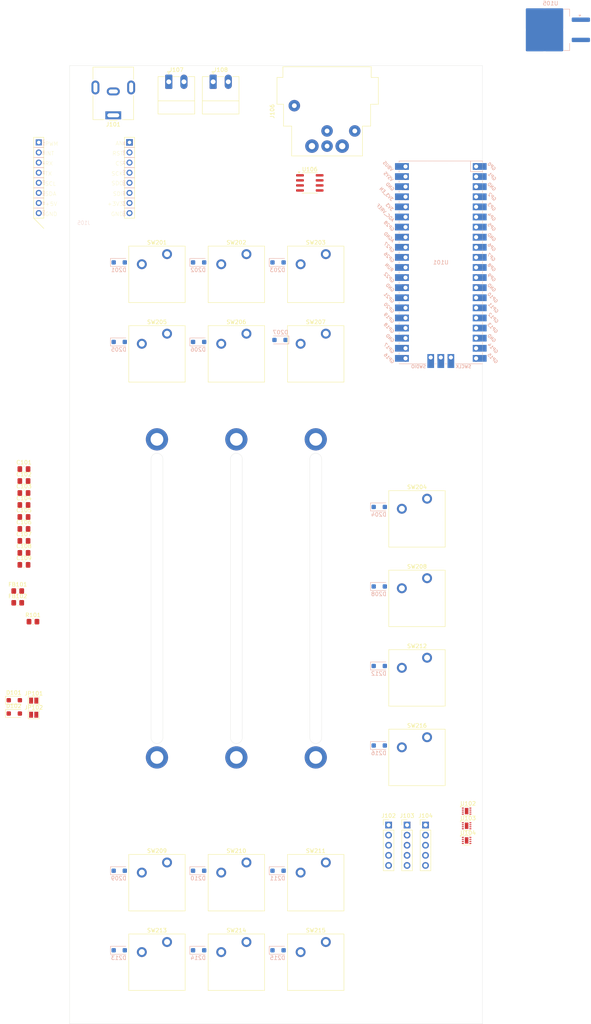
<source format=kicad_pcb>
(kicad_pcb (version 20240108) (generator "pcbnew") (generator_version "8.0")
  (layers (0 "F.Cu" signal) (31 "B.Cu" signal) (34 "B.Paste" user) (35 "F.Paste" user) (36 "B.SilkS" user "B.Silkscreen") (37 "F.SilkS" user "F.Silkscreen") (38 "B.Mask" user) (39 "F.Mask" user) (44 "Edge.Cuts" user))
  (net 0 "")
  (net 1 "GND")
  (net 2 "+5V")
  (net 3 "+3.3V")
  (net 4 "+10V")
  (net 5 "Net-(D101-K)")
  (net 6 "Net-(D102-K)")
  (net 7 "/BUTTONS_COL0")
  (net 8 "Net-(D201-A)")
  (net 9 "Net-(D202-A)")
  (net 10 "/BUTTONS_COL1")
  (net 11 "/BUTTONS_COL2")
  (net 12 "Net-(D203-A)")
  (net 13 "Net-(D204-A)")
  (net 14 "/BUTTONS_COL3")
  (net 15 "Net-(D205-A)")
  (net 16 "Net-(D206-A)")
  (net 17 "Net-(D207-A)")
  (net 18 "Net-(D208-A)")
  (net 19 "Net-(D209-A)")
  (net 20 "Net-(D210-A)")
  (net 21 "Net-(D211-A)")
  (net 22 "Net-(D212-A)")
  (net 23 "Net-(D213-A)")
  (net 24 "Net-(D214-A)")
  (net 25 "Net-(D215-A)")
  (net 26 "Net-(D216-A)")
  (net 27 "Net-(J105-TX)")
  (net 34 "Net-(J105-RX)")
  (net 40 "/~{DMX}")
  (net 42 "/DMX")
  (net 44 "/WS2811_0")
  (net 45 "/WS2811_1")
  (net 46 "/UART0_RX")
  (net 47 "/UART0_TX")
  (net 48 "/BUTTONS_ROW0")
  (net 49 "/BUTTONS_ROW1")
  (net 50 "/BUTTONS_ROW3")
  (net 51 "/BUTTONS_ROW2")
  (net 54 "/FADER2_LEVEL")
  (net 58 "/FADER0_PWM0")
  (net 59 "/FADER1_LEVEL")
  (net 61 "/FADER0_PWM1")
  (net 62 "/UART1_TX")
  (net 64 "/FADER2_PWM1")
  (net 65 "/UART1_RX")
  (net 66 "/FADER1_PWM1")
  (net 68 "/FADER0_LEVEL")
  (net 70 "/FADER2_PWM0")
  (net 71 "/FADER1_PWM0")
  (net 72 "Net-(J102-Pin_5)")
  (net 73 "Net-(J102-Pin_4)")
  (net 74 "Net-(J103-Pin_4)")
  (net 75 "Net-(J103-Pin_5)")
  (net 76 "Net-(J104-Pin_4)")
  (net 77 "Net-(J104-Pin_5)")
  (net 79 "Net-(FB101-Pad2)")
  (net 80 "Net-(FB102-Pad1)")
  (footprint "Resistor_SMD:R_0805_2012Metric_Pad1.20x1.40mm_HandSolder" (layer "F.Cu") (at -19.23 98.35)
    (property "Reference" "R101" (at 0 -1.65 0) (layer "F.SilkS"))
    (property "Value" "120R")
    (pad "1" smd roundrect (at -1 0) (size 1.2 1.4) (layers "F.Cu" "F.Paste" "F.Mask") (roundrect_rratio 0.208333) (net 42 "/DMX"))
    (pad "2" smd roundrect (at 1 0) (size 1.2 1.4) (layers "F.Cu" "F.Paste" "F.Mask") (roundrect_rratio 0.208333) (net 40 "/~{DMX}"))
  )
  (footprint "PCM_Switch_Keyboard_Cherry_MX:SW_Cherry_MX_PCB_1.00u" (layer "F.Cu") (at 52 164)
    (property "Reference" "SW211" (at 0 -8 0) (layer "F.SilkS"))
    (property "Value" "SW_Push")
    (pad "" np_thru_hole circle (at -5.08 0) (size 1.75 1.75) (drill 1.75) (layers "*.Cu" "*.Mask"))
    (pad "" np_thru_hole circle (at 0 0) (size 4 4) (drill 4) (layers "*.Cu" "*.Mask"))
    (pad "" np_thru_hole circle (at 5.08 0) (size 1.75 1.75) (drill 1.75) (layers "*.Cu" "*.Mask"))
    (pad "1" thru_hole circle (at -3.81 -2.54) (size 2.5 2.5) (drill 1.5) (layers "*.Cu" "*.Mask") (net 21 "Net-(D211-A)"))
    (pad "2" thru_hole circle (at 2.54 -5.08) (size 2.5 2.5) (drill 1.5) (layers "*.Cu" "*.Mask") (net 50 "/BUTTONS_ROW3"))
  )
  (footprint "PCM_Switch_Keyboard_Cherry_MX:SW_Cherry_MX_PCB_1.00u" (layer "F.Cu") (at 32 164)
    (property "Reference" "SW210" (at 0 -8 0) (layer "F.SilkS"))
    (property "Value" "SW_Push")
    (pad "" np_thru_hole circle (at -5.08 0) (size 1.75 1.75) (drill 1.75) (layers "*.Cu" "*.Mask"))
    (pad "" np_thru_hole circle (at 0 0) (size 4 4) (drill 4) (layers "*.Cu" "*.Mask"))
    (pad "" np_thru_hole circle (at 5.08 0) (size 1.75 1.75) (drill 1.75) (layers "*.Cu" "*.Mask"))
    (pad "1" thru_hole circle (at -3.81 -2.54) (size 2.5 2.5) (drill 1.5) (layers "*.Cu" "*.Mask") (net 20 "Net-(D210-A)"))
    (pad "2" thru_hole circle (at 2.54 -5.08) (size 2.5 2.5) (drill 1.5) (layers "*.Cu" "*.Mask") (net 50 "/BUTTONS_ROW3"))
  )
  (footprint "PCM_Switch_Keyboard_Cherry_MX:SW_Cherry_MX_PCB_1.00u" (layer "F.Cu") (at 52 31)
    (property "Reference" "SW207" (at 0 -8 0) (layer "F.SilkS"))
    (property "Value" "SW_Push")
    (pad "" np_thru_hole circle (at -5.08 0) (size 1.75 1.75) (drill 1.75) (layers "*.Cu" "*.Mask"))
    (pad "" np_thru_hole circle (at 0 0) (size 4 4) (drill 4) (layers "*.Cu" "*.Mask"))
    (pad "" np_thru_hole circle (at 5.08 0) (size 1.75 1.75) (drill 1.75) (layers "*.Cu" "*.Mask"))
    (pad "1" thru_hole circle (at -3.81 -2.54) (size 2.5 2.5) (drill 1.5) (layers "*.Cu" "*.Mask") (net 17 "Net-(D207-A)"))
    (pad "2" thru_hole circle (at 2.54 -5.08) (size 2.5 2.5) (drill 1.5) (layers "*.Cu" "*.Mask") (net 49 "/BUTTONS_ROW1"))
  )
  (footprint "Connector_PinHeader_2.54mm:PinHeader_1x05_P2.54mm_Vertical" (layer "F.Cu") (at 75 149.5)
    (property "Reference" "J103" (at 0 -2.33 0) (layer "F.SilkS"))
    (property "Value" "Screw_Terminal_01x05")
    (pad "1" thru_hole rect (at 0 0) (size 1.7 1.7) (drill 1) (layers "*.Cu" "*.Mask") (net 3 "+3.3V"))
    (pad "2" thru_hole oval (at 0 2.54) (size 1.7 1.7) (drill 1) (layers "*.Cu" "*.Mask") (net 59 "/FADER1_LEVEL"))
    (pad "3" thru_hole oval (at 0 5.08) (size 1.7 1.7) (drill 1) (layers "*.Cu" "*.Mask") (net 1 "GND"))
    (pad "4" thru_hole oval (at 0 7.62) (size 1.7 1.7) (drill 1) (layers "*.Cu" "*.Mask") (net 74 "Net-(J103-Pin_4)"))
    (pad "5" thru_hole oval (at 0 10.16) (size 1.7 1.7) (drill 1) (layers "*.Cu" "*.Mask") (net 75 "Net-(J103-Pin_5)"))
  )
  (footprint "PCM_Switch_Keyboard_Cherry_MX:SW_Cherry_MX_PCB_1.00u" (layer "F.Cu") (at 52 11)
    (property "Reference" "SW203" (at 0 -8 0) (layer "F.SilkS"))
    (property "Value" "SW_Push")
    (pad "" np_thru_hole circle (at -5.08 0) (size 1.75 1.75) (drill 1.75) (layers "*.Cu" "*.Mask"))
    (pad "" np_thru_hole circle (at 0 0) (size 4 4) (drill 4) (layers "*.Cu" "*.Mask"))
    (pad "" np_thru_hole circle (at 5.08 0) (size 1.75 1.75) (drill 1.75) (layers "*.Cu" "*.Mask"))
    (pad "1" thru_hole circle (at -3.81 -2.54) (size 2.5 2.5) (drill 1.5) (layers "*.Cu" "*.Mask") (net 12 "Net-(D203-A)"))
    (pad "2" thru_hole circle (at 2.54 -5.08) (size 2.5 2.5) (drill 1.5) (layers "*.Cu" "*.Mask") (net 48 "/BUTTONS_ROW0"))
  )
  (footprint "MountingHole:MountingHole_3.2mm_M3_DIN965_Pad_TopBottom" (layer "F.Cu") (at 32 132.5)
    (property "Reference" "H104" (hide yes))
    (property "Value" "M3x0.5")
    (pad "1" thru_hole circle (at 0 0) (size 3.6 3.6) (drill 3.2) (layers "*.Cu" "*.Mask"))
    (pad "1" connect circle (at 0 0) (size 5.6 5.6) (layers "F.Cu" "F.Mask"))
    (pad "1" connect circle (at 0 0) (size 5.6 5.6) (layers "B.Cu" "B.Mask"))
  )
  (footprint "Capacitor_SMD:C_0805_2012Metric_Pad1.18x1.45mm_HandSolder" (layer "F.Cu") (at -21.5 75.03)
    (property "Reference" "C106" (at 0 -1.68 0) (layer "F.SilkS"))
    (property "Value" "100p")
    (pad "1" smd roundrect (at -1.0375 0) (size 1.175 1.45) (layers "F.Cu" "F.Paste" "F.Mask") (roundrect_rratio 0.212766) (net 2 "+5V"))
    (pad "2" smd roundrect (at 1.0375 0) (size 1.175 1.45) (layers "F.Cu" "F.Paste" "F.Mask") (roundrect_rratio 0.212766) (net 1 "GND"))
  )
  (footprint "MountingHole:MountingHole_3.2mm_M3_DIN965_Pad_TopBottom" (layer "F.Cu") (at 52 132.5)
    (property "Reference" "H106" (hide yes))
    (property "Value" "M3x0.5")
    (pad "1" thru_hole circle (at 0 0) (size 3.6 3.6) (drill 3.2) (layers "*.Cu" "*.Mask"))
    (pad "1" connect circle (at 0 0) (size 5.6 5.6) (layers "F.Cu" "F.Mask"))
    (pad "1" connect circle (at 0 0) (size 5.6 5.6) (layers "B.Cu" "B.Mask"))
  )
  (footprint "PCM_Switch_Keyboard_Cherry_MX:SW_Cherry_MX_PCB_1.00u" (layer "F.Cu") (at 77.5 92.5)
    (property "Reference" "SW208" (at 0 -8 0) (layer "F.SilkS"))
    (property "Value" "SW_Push")
    (pad "" np_thru_hole circle (at -5.08 0) (size 1.75 1.75) (drill 1.75) (layers "*.Cu" "*.Mask"))
    (pad "" np_thru_hole circle (at 0 0) (size 4 4) (drill 4) (layers "*.Cu" "*.Mask"))
    (pad "" np_thru_hole circle (at 5.08 0) (size 1.75 1.75) (drill 1.75) (layers "*.Cu" "*.Mask"))
    (pad "1" thru_hole circle (at -3.81 -2.54) (size 2.5 2.5) (drill 1.5) (layers "*.Cu" "*.Mask") (net 18 "Net-(D208-A)"))
    (pad "2" thru_hole circle (at 2.54 -5.08) (size 2.5 2.5) (drill 1.5) (layers "*.Cu" "*.Mask") (net 49 "/BUTTONS_ROW1"))
  )
  (footprint "Diode_SMD:D_SOD-123F" (layer "F.Cu") (at -23.935 121.46)
    (property "Reference" "D102" (at -0.127 -1.905 0) (layer "F.SilkS"))
    (property "Value" "1N5819W")
    (pad "1" smd roundrect (at -1.4 0) (size 1.1 1.1) (layers "F.Cu" "F.Paste" "F.Mask") (roundrect_rratio 0.2272727273) (net 6 "Net-(D102-K)"))
    (pad "2" smd roundrect (at 1.4 0) (size 1.1 1.1) (layers "F.Cu" "F.Paste" "F.Mask") (roundrect_rratio 0.2272727273) (net 2 "+5V"))
  )
  (footprint "Package_SON:WSON-8-1EP_2x2mm_P0.5mm_EP0.9x1.6mm" (layer "F.Cu") (at 90 146)
    (property "Reference" "U102" (at 0.38 -1.9 0) (layer "F.SilkS"))
    (property "Value" "DRV8837")
    (pad "1" smd roundrect (at -0.95 -0.75) (size 0.5 0.25) (layers "F.Cu" "F.Paste" "F.Mask") (net 4 "+10V"))
    (pad "2" smd roundrect (at -0.95 -0.25) (size 0.5 0.25) (layers "F.Cu" "F.Paste" "F.Mask") (net 73 "Net-(J102-Pin_4)"))
    (pad "3" smd roundrect (at -0.95 0.25) (size 0.5 0.25) (layers "F.Cu" "F.Paste" "F.Mask") (net 72 "Net-(J102-Pin_5)"))
    (pad "4" smd roundrect (at -0.95 0.75) (size 0.5 0.25) (layers "F.Cu" "F.Paste" "F.Mask") (net 1 "GND"))
    (pad "5" smd roundrect (at 0.95 0.75) (size 0.5 0.25) (layers "F.Cu" "F.Paste" "F.Mask") (net 61 "/FADER0_PWM1"))
    (pad "6" smd roundrect (at 0.95 0.25) (size 0.5 0.25) (layers "F.Cu" "F.Paste" "F.Mask") (net 58 "/FADER0_PWM0"))
    (pad "7" smd roundrect (at 0.95 -0.25) (size 0.5 0.25) (layers "F.Cu" "F.Paste" "F.Mask") (net 3 "+3.3V"))
    (pad "8" smd roundrect (at 0.95 -0.75) (size 0.5 0.25) (layers "F.Cu" "F.Paste" "F.Mask") (net 3 "+3.3V"))
    (pad "9" smd rect (at 0 0) (size 0.9 1.6) (layers "F.Cu" "F.Mask") (net 1 "GND"))
  )
  (footprint "Resistor_SMD:R_0805_2012Metric_Pad1.20x1.40mm_HandSolder" (layer "F.Cu") (at -23.07 90.65)
    (property "Reference" "FB101" (at 0 -1.65 0) (layer "F.SilkS"))
    (property "Value" "FerriteBead")
    (pad "1" smd roundrect (at -1 0) (size 1.2 1.4) (layers "F.Cu" "F.Paste" "F.Mask") (roundrect_rratio 0.208333) (net 4 "+10V"))
    (pad "2" smd roundrect (at 1 0) (size 1.2 1.4) (layers "F.Cu" "F.Paste" "F.Mask") (roundrect_rratio 0.208333) (net 79 "Net-(FB101-Pad2)"))
  )
  (footprint "MountingHole:MountingHole_3.2mm_M3_DIN965_Pad_TopBottom" (layer "F.Cu") (at 12 132.5)
    (property "Reference" "H102" (hide yes))
    (property "Value" "M3x0.5")
    (pad "1" thru_hole circle (at 0 0) (size 3.6 3.6) (drill 3.2) (layers "*.Cu" "*.Mask"))
    (pad "1" connect circle (at 0 0) (size 5.6 5.6) (layers "F.Cu" "F.Mask"))
    (pad "1" connect circle (at 0 0) (size 5.6 5.6) (layers "B.Cu" "B.Mask"))
  )
  (footprint "Package_SO:SOIC-8_3.9x4.9mm_P1.27mm" (layer "F.Cu") (at 50.5 -12)
    (property "Reference" "U106" (at 0 -3.4 0) (layer "F.SilkS"))
    (property "Value" "MAX485E")
    (pad "1" smd roundrect (at -2.475 -1.905) (size 1.95 0.6) (layers "F.Cu" "F.Paste" "F.Mask"))
    (pad "2" smd roundrect (at -2.475 -0.635) (size 1.95 0.6) (layers "F.Cu" "F.Paste" "F.Mask") (net 2 "+5V"))
    (pad "3" smd roundrect (at -2.475 0.635) (size 1.95 0.6) (layers "F.Cu" "F.Paste" "F.Mask") (net 2 "+5V"))
    (pad "4" smd roundrect (at -2.475 1.905) (size 1.95 0.6) (layers "F.Cu" "F.Paste" "F.Mask") (net 62 "/UART1_TX"))
    (pad "5" smd roundrect (at 2.475 1.905) (size 1.95 0.6) (layers "F.Cu" "F.Paste" "F.Mask") (net 1 "GND"))
    (pad "6" smd roundrect (at 2.475 0.635) (size 1.95 0.6) (layers "F.Cu" "F.Paste" "F.Mask") (net 42 "/DMX"))
    (pad "7" smd roundrect (at 2.475 -0.635) (size 1.95 0.6) (layers "F.Cu" "F.Paste" "F.Mask") (net 40 "/~{DMX}"))
    (pad "8" smd roundrect (at 2.475 -1.905) (size 1.95 0.6) (layers "F.Cu" "F.Paste" "F.Mask") (net 2 "+5V"))
  )
  (footprint "PCM_Switch_Keyboard_Cherry_MX:SW_Cherry_MX_PCB_1.00u" (layer "F.Cu") (at 77.5 112.5)
    (property "Reference" "SW212" (at 0 -8 0) (layer "F.SilkS"))
    (property "Value" "SW_Push")
    (pad "" np_thru_hole circle (at -5.08 0) (size 1.75 1.75) (drill 1.75) (layers "*.Cu" "*.Mask"))
    (pad "" np_thru_hole circle (at 0 0) (size 4 4) (drill 4) (layers "*.Cu" "*.Mask"))
    (pad "" np_thru_hole circle (at 5.08 0) (size 1.75 1.75) (drill 1.75) (layers "*.Cu" "*.Mask"))
    (pad "1" thru_hole circle (at -3.81 -2.54) (size 2.5 2.5) (drill 1.5) (layers "*.Cu" "*.Mask") (net 22 "Net-(D212-A)"))
    (pad "2" thru_hole circle (at 2.54 -5.08) (size 2.5 2.5) (drill 1.5) (layers "*.Cu" "*.Mask") (net 50 "/BUTTONS_ROW3"))
  )
  (footprint "PCM_Switch_Keyboard_Cherry_MX:SW_Cherry_MX_PCB_1.00u" (layer "F.Cu") (at 32 31)
    (property "Reference" "SW206" (at 0 -8 0) (layer "F.SilkS"))
    (property "Value" "SW_Push")
    (pad "" np_thru_hole circle (at -5.08 0) (size 1.75 1.75) (drill 1.75) (layers "*.Cu" "*.Mask"))
    (pad "" np_thru_hole circle (at 0 0) (size 4 4) (drill 4) (layers "*.Cu" "*.Mask"))
    (pad "" np_thru_hole circle (at 5.08 0) (size 1.75 1.75) (drill 1.75) (layers "*.Cu" "*.Mask"))
    (pad "1" thru_hole circle (at -3.81 -2.54) (size 2.5 2.5) (drill 1.5) (layers "*.Cu" "*.Mask") (net 16 "Net-(D206-A)"))
    (pad "2" thru_hole circle (at 2.54 -5.08) (size 2.5 2.5) (drill 1.5) (layers "*.Cu" "*.Mask") (net 49 "/BUTTONS_ROW1"))
  )
  (footprint "Jumper:SolderJumper-2_P1.3mm_Open_Pad1.0x1.5mm" (layer "F.Cu") (at -19.04 121.76)
    (property "Reference" "JP102" (at 0 -1.8 0) (layer "F.SilkS"))
    (property "Value" "SolderJumper_2_Open")
    (pad "1" smd rect (at -0.65 0) (size 1 1.5) (layers "F.Cu" "F.Mask") (net 27 "Net-(J105-TX)"))
    (pad "2" smd rect (at 0.65 0) (size 1 1.5) (layers "F.Cu" "F.Mask") (net 47 "/UART0_TX"))
  )
  (footprint "Package_SON:WSON-8-1EP_2x2mm_P0.5mm_EP0.9x1.6mm" (layer "F.Cu") (at 90 149.685)
    (property "Reference" "U103" (at 0.38 -1.9 0) (layer "F.SilkS"))
    (property "Value" "DRV8837")
    (pad "1" smd roundrect (at -0.95 -0.75) (size 0.5 0.25) (layers "F.Cu" "F.Paste" "F.Mask") (net 4 "+10V"))
    (pad "2" smd roundrect (at -0.95 -0.25) (size 0.5 0.25) (layers "F.Cu" "F.Paste" "F.Mask") (net 74 "Net-(J103-Pin_4)"))
    (pad "3" smd roundrect (at -0.95 0.25) (size 0.5 0.25) (layers "F.Cu" "F.Paste" "F.Mask") (net 75 "Net-(J103-Pin_5)"))
    (pad "4" smd roundrect (at -0.95 0.75) (size 0.5 0.25) (layers "F.Cu" "F.Paste" "F.Mask") (net 1 "GND"))
    (pad "5" smd roundrect (at 0.95 0.75) (size 0.5 0.25) (layers "F.Cu" "F.Paste" "F.Mask") (net 66 "/FADER1_PWM1"))
    (pad "6" smd roundrect (at 0.95 0.25) (size 0.5 0.25) (layers "F.Cu" "F.Paste" "F.Mask") (net 71 "/FADER1_PWM0"))
    (pad "7" smd roundrect (at 0.95 -0.25) (size 0.5 0.25) (layers "F.Cu" "F.Paste" "F.Mask") (net 3 "+3.3V"))
    (pad "8" smd roundrect (at 0.95 -0.75) (size 0.5 0.25) (layers "F.Cu" "F.Paste" "F.Mask") (net 3 "+3.3V"))
    (pad "9" smd rect (at 0 0) (size 0.9 1.6) (layers "F.Cu" "F.Mask") (net 1 "GND"))
  )
  (footprint "PCM_Switch_Keyboard_Cherry_MX:SW_Cherry_MX_PCB_1.00u" (layer "F.Cu") (at 77.5 132.5)
    (property "Reference" "SW216" (at 0 -8 0) (layer "F.SilkS"))
    (property "Value" "SW_Push")
    (pad "" np_thru_hole circle (at -5.08 0) (size 1.75 1.75) (drill 1.75) (layers "*.Cu" "*.Mask"))
    (pad "" np_thru_hole circle (at 0 0) (size 4 4) (drill 4) (layers "*.Cu" "*.Mask"))
    (pad "" np_thru_hole circle (at 5.08 0) (size 1.75 1.75) (drill 1.75) (layers "*.Cu" "*.Mask"))
    (pad "1" thru_hole circle (at -3.81 -2.54) (size 2.5 2.5) (drill 1.5) (layers "*.Cu" "*.Mask") (net 26 "Net-(D216-A)"))
    (pad "2" thru_hole circle (at 2.54 -5.08) (size 2.5 2.5) (drill 1.5) (layers "*.Cu" "*.Mask") (net 51 "/BUTTONS_ROW2"))
  )
  (footprint "PCM_Switch_Keyboard_Cherry_MX:SW_Cherry_MX_PCB_1.00u" (layer "F.Cu") (at 12 164)
    (property "Reference" "SW209" (at 0 -8 0) (layer "F.SilkS"))
    (property "Value" "SW_Push")
    (pad "" np_thru_hole circle (at -5.08 0) (size 1.75 1.75) (drill 1.75) (layers "*.Cu" "*.Mask"))
    (pad "" np_thru_hole circle (at 0 0) (size 4 4) (drill 4) (layers "*.Cu" "*.Mask"))
    (pad "" np_thru_hole circle (at 5.08 0) (size 1.75 1.75) (drill 1.75) (layers "*.Cu" "*.Mask"))
    (pad "1" thru_hole circle (at -3.81 -2.54) (size 2.5 2.5) (drill 1.5) (layers "*.Cu" "*.Mask") (net 19 "Net-(D209-A)"))
    (pad "2" thru_hole circle (at 2.54 -5.08) (size 2.5 2.5) (drill 1.5) (layers "*.Cu" "*.Mask") (net 50 "/BUTTONS_ROW3"))
  )
  (footprint "Connector_PinHeader_2.54mm:PinHeader_1x05_P2.54mm_Vertical" (layer "F.Cu") (at 79.65 149.5)
    (property "Reference" "J104" (at 0 -2.33 0) (layer "F.SilkS"))
    (property "Value" "Screw_Terminal_01x05")
    (pad "1" thru_hole rect (at 0 0) (size 1.7 1.7) (drill 1) (layers "*.Cu" "*.Mask") (net 3 "+3.3V"))
    (pad "2" thru_hole oval (at 0 2.54) (size 1.7 1.7) (drill 1) (layers "*.Cu" "*.Mask") (net 54 "/FADER2_LEVEL"))
    (pad "3" thru_hole oval (at 0 5.08) (size 1.7 1.7) (drill 1) (layers "*.Cu" "*.Mask") (net 1 "GND"))
    (pad "4" thru_hole oval (at 0 7.62) (size 1.7 1.7) (drill 1) (layers "*.Cu" "*.Mask") (net 76 "Net-(J104-Pin_4)"))
    (pad "5" thru_hole oval (at 0 10.16) (size 1.7 1.7) (drill 1) (layers "*.Cu" "*.Mask") (net 77 "Net-(J104-Pin_5)"))
  )
  (footprint "Capacitor_SMD:C_0805_2012Metric_Pad1.18x1.45mm_HandSolder" (layer "F.Cu") (at -21.5 69.01)
    (property "Reference" "C104" (at 0 -1.68 0) (layer "F.SilkS"))
    (property "Value" "100p")
    (pad "1" smd roundrect (at -1.0375 0) (size 1.175 1.45) (layers "F.Cu" "F.Paste" "F.Mask") (roundrect_rratio 0.212766) (net 3 "+3.3V"))
    (pad "2" smd roundrect (at 1.0375 0) (size 1.175 1.45) (layers "F.Cu" "F.Paste" "F.Mask") (roundrect_rratio 0.212766) (net 1 "GND"))
  )
  (footprint "PCM_Switch_Keyboard_Cherry_MX:SW_Cherry_MX_PCB_1.00u" (layer "F.Cu") (at 52 184)
    (property "Reference" "SW215" (at 0 -8 0) (layer "F.SilkS"))
    (property "Value" "SW_Push")
    (pad "" np_thru_hole circle (at -5.08 0) (size 1.75 1.75) (drill 1.75) (layers "*.Cu" "*.Mask"))
    (pad "" np_thru_hole circle (at 0 0) (size 4 4) (drill 4) (layers "*.Cu" "*.Mask"))
    (pad "" np_thru_hole circle (at 5.08 0) (size 1.75 1.75) (drill 1.75) (layers "*.Cu" "*.Mask"))
    (pad "1" thru_hole circle (at -3.81 -2.54) (size 2.5 2.5) (drill 1.5) (layers "*.Cu" "*.Mask") (net 25 "Net-(D215-A)"))
    (pad "2" thru_hole circle (at 2.54 -5.08) (size 2.5 2.5) (drill 1.5) (layers "*.Cu" "*.Mask") (net 51 "/BUTTONS_ROW2"))
  )
  (footprint "Capacitor_SMD:C_0805_2012Metric_Pad1.18x1.45mm_HandSolder" (layer "F.Cu") (at -21.5 66)
    (property "Reference" "C103" (at 0 -1.68 0) (layer "F.SilkS"))
    (property "Value" "100p")
    (pad "1" smd roundrect (at -1.0375 0) (size 1.175 1.45) (layers "F.Cu" "F.Paste" "F.Mask") (roundrect_rratio 0.212766) (net 3 "+3.3V"))
    (pad "2" smd roundrect (at 1.0375 0) (size 1.175 1.45) (layers "F.Cu" "F.Paste" "F.Mask") (roundrect_rratio 0.212766) (net 1 "GND"))
  )
  (footprint "PCM_Switch_Keyboard_Cherry_MX:SW_Cherry_MX_PCB_1.00u" (layer "F.Cu") (at 12 184)
    (property "Reference" "SW213" (at 0 -8 0) (layer "F.SilkS"))
    (property "Value" "SW_Push")
    (pad "" np_thru_hole circle (at -5.08 0) (size 1.75 1.75) (drill 1.75) (layers "*.Cu" "*.Mask"))
    (pad "" np_thru_hole circle (at 0 0) (size 4 4) (drill 4) (layers "*.Cu" "*.Mask"))
    (pad "" np_thru_hole circle (at 5.08 0) (size 1.75 1.75) (drill 1.75) (layers "*.Cu" "*.Mask"))
    (pad "1" thru_hole circle (at -3.81 -2.54) (size 2.5 2.5) (drill 1.5) (layers "*.Cu" "*.Mask") (net 23 "Net-(D213-A)"))
    (pad "2" thru_hole circle (at 2.54 -5.08) (size 2.5 2.5) (drill 1.5) (layers "*.Cu" "*.Mask") (net 51 "/BUTTONS_ROW2"))
  )
  (footprint "PCM_Switch_Keyboard_Cherry_MX:SW_Cherry_MX_PCB_1.00u" (layer "F.Cu") (at 12 11)
    (property "Reference" "SW201" (at 0 -8 0) (layer "F.SilkS"))
    (property "Value" "SW_Push")
    (pad "" np_thru_hole circle (at -5.08 0) (size 1.75 1.75) (drill 1.75) (layers "*.Cu" "*.Mask"))
    (pad "" np_thru_hole circle (at 0 0) (size 4 4) (drill 4) (layers "*.Cu" "*.Mask"))
    (pad "" np_thru_hole circle (at 5.08 0) (size 1.75 1.75) (drill 1.75) (layers "*.Cu" "*.Mask"))
    (pad "1" thru_hole circle (at -3.81 -2.54) (size 2.5 2.5) (drill 1.5) (layers "*.Cu" "*.Mask") (net 8 "Net-(D201-A)"))
    (pad "2" thru_hole circle (at 2.54 -5.08) (size 2.5 2.5) (drill 1.5) (layers "*.Cu" "*.Mask") (net 48 "/BUTTONS_ROW0"))
  )
  (footprint "Capacitor_SMD:C_0805_2012Metric_Pad1.18x1.45mm_HandSolder" (layer "F.Cu") (at -21.5 81.05)
    (property "Reference" "C108" (at 0 -1.68 0) (layer "F.SilkS"))
    (property "Value" "100p")
    (pad "1" smd roundrect (at -1.0375 0) (size 1.175 1.45) (layers "F.Cu" "F.Paste" "F.Mask") (roundrect_rratio 0.212766) (net 4 "+10V"))
    (pad "2" smd roundrect (at 1.0375 0) (size 1.175 1.45) (layers "F.Cu" "F.Paste" "F.Mask") (roundrect_rratio 0.212766) (net 1 "GND"))
  )
  (footprint "Capacitor_SMD:C_0805_2012Metric_Pad1.18x1.45mm_HandSolder" (layer "F.Cu") (at -21.5 78.04)
    (property "Reference" "C107" (at 0 -1.68 0) (layer "F.SilkS"))
    (property "Value" "100p")
    (pad "1" smd roundrect (at -1.0375 0) (size 1.175 1.45) (layers "F.Cu" "F.Paste" "F.Mask") (roundrect_rratio 0.212766) (net 4 "+10V"))
    (pad "2" smd roundrect (at 1.0375 0) (size 1.175 1.45) (layers "F.Cu" "F.Paste" "F.Mask") (roundrect_rratio 0.212766) (net 1 "GND"))
  )
  (footprint "Diode_SMD:D_SOD-123F" (layer "F.Cu") (at -23.935 118.11)
    (property "Reference" "D101" (at -0.127 -1.905 0) (layer "F.SilkS"))
    (property "Value" "1N5819W")
    (pad "1" smd roundrect (at -1.4 0) (size 1.1 1.1) (layers "F.Cu" "F.Paste" "F.Mask") (roundrect_rratio 0.2272727273) (net 5 "Net-(D101-K)"))
    (pad "2" smd roundrect (at 1.4 0) (size 1.1 1.1) (layers "F.Cu" "F.Paste" "F.Mask") (roundrect_rratio 0.2272727273) (net 2 "+5V"))
  )
  (footprint "Connector_Phoenix_MC:PhoenixContact_MC_1,5_2-G-3.81_1x02_P3.81mm_Horizontal" (layer "F.Cu") (at 14.98 -37.4325)
    (property "Reference" "J107" (at 1.9 -3 0) (layer "F.SilkS"))
    (property "Value" "Conn_01x02")
    (pad "1" thru_hole roundrect (at 0 0) (size 1.8 3.6) (drill 1.2) (layers "*.Cu" "*.Mask") (roundrect_rratio 0.138889) (net 44 "/WS2811_0"))
    (pad "2" thru_hole oval (at 3.81 0) (size 1.8 3.6) (drill 1.2) (layers "*.Cu" "*.Mask") (net 1 "GND"))
  )
  (footprint "MountingHole:MountingHole_3.2mm_M3_DIN965_Pad_TopBottom" (layer "F.Cu") (at 52 52.5)
    (property "Reference" "H105" (hide yes))
    (property "Value" "M3x0.5")
    (pad "1" thru_hole circle (at 0 0) (size 3.6 3.6) (drill 3.2) (layers "*.Cu" "*.Mask"))
    (pad "1" connect circle (at 0 0) (size 5.6 5.6) (layers "F.Cu" "F.Mask"))
    (pad "1" connect circle (at 0 0) (size 5.6 5.6) (layers "B.Cu" "B.Mask"))
  )
  (footprint "Capacitor_SMD:C_0805_2012Metric_Pad1.18x1.45mm_HandSolder" (layer "F.Cu") (at -21.5 62.99)
    (property "Reference" "C102" (at 0 -1.68 0) (layer "F.SilkS"))
    (property "Value" "100p")
    (pad "1" smd roundrect (at -1.0375 0) (size 1.175 1.45) (layers "F.Cu" "F.Paste" "F.Mask") (roundrect_rratio 0.212766) (net 3 "+3.3V"))
    (pad "2" smd roundrect (at 1.0375 0) (size 1.175 1.45) (layers "F.Cu" "F.Paste" "F.Mask") (roundrect_rratio 0.212766) (net 1 "GND"))
  )
  (footprint "Resistor_SMD:R_0805_2012Metric_Pad1.20x1.40mm_HandSolder" (layer "F.Cu") (at -23.07 93.6)
    (property "Reference" "FB102" (at 0 -1.65 0) (layer "F.SilkS"))
    (property "Value" "FerriteBead")
    (pad "1" smd roundrect (at -1 0) (size 1.2 1.4) (layers "F.Cu" "F.Paste" "F.Mask") (roundrect_rratio 0.208333) (net 80 "Net-(FB102-Pad1)"))
    (pad "2" smd roundrect (at 1 0) (size 1.2 1.4) (layers "F.Cu" "F.Paste" "F.Mask") (roundrect_rratio 0.208333) (net 1 "GND"))
  )
  (footprint "Connector_PinHeader_2.54mm:PinHeader_1x05_P2.54mm_Vertical" (layer "F.Cu") (at 70.35 149.5)
    (property "Reference" "J102" (at 0 -2.33 0) (layer "F.SilkS"))
    (property "Value" "Screw_Terminal_01x05")
    (pad "1" thru_hole rect (at 0 0) (size 1.7 1.7) (drill 1) (layers "*.Cu" "*.Mask") (net 3 "+3.3V"))
    (pad "2" thru_hole oval (at 0 2.54) (size 1.7 1.7) (drill 1) (layers "*.Cu" "*.Mask") (net 68 "/FADER0_LEVEL"))
    (pad "3" thru_hole oval (at 0 5.08) (size 1.7 1.7) (drill 1) (layers "*.Cu" "*.Mask") (net 1 "GND"))
    (pad "4" thru_hole oval (at 0 7.62) (size 1.7 1.7) (drill 1) (layers "*.Cu" "*.Mask") (net 73 "Net-(J102-Pin_4)"))
    (pad "5" thru_hole oval (at 0 10.16) (size 1.7 1.7) (drill 1) (layers "*.Cu" "*.Mask") (net 72 "Net-(J102-Pin_5)"))
  )
  (footprint "Package_SON:WSON-8-1EP_2x2mm_P0.5mm_EP0.9x1.6mm" (layer "F.Cu") (at 90 153.37)
    (property "Reference" "U104" (at 0.38 -1.9 0) (layer "F.SilkS"))
    (property "Value" "DRV8837")
    (pad "1" smd roundrect (at -0.95 -0.75) (size 0.5 0.25) (layers "F.Cu" "F.Paste" "F.Mask") (net 4 "+10V"))
    (pad "2" smd roundrect (at -0.95 -0.25) (size 0.5 0.25) (layers "F.Cu" "F.Paste" "F.Mask") (net 76 "Net-(J104-Pin_4)"))
    (pad "3" smd roundrect (at -0.95 0.25) (size 0.5 0.25) (layers "F.Cu" "F.Paste" "F.Mask") (net 77 "Net-(J104-Pin_5)"))
    (pad "4" smd roundrect (at -0.95 0.75) (size 0.5 0.25) (layers "F.Cu" "F.Paste" "F.Mask") (net 1 "GND"))
    (pad "5" smd roundrect (at 0.95 0.75) (size 0.5 0.25) (layers "F.Cu" "F.Paste" "F.Mask") (net 64 "/FADER2_PWM1"))
    (pad "6" smd roundrect (at 0.95 0.25) (size 0.5 0.25) (layers "F.Cu" "F.Paste" "F.Mask") (net 70 "/FADER2_PWM0"))
    (pad "7" smd roundrect (at 0.95 -0.25) (size 0.5 0.25) (layers "F.Cu" "F.Paste" "F.Mask") (net 3 "+3.3V"))
    (pad "8" smd roundrect (at 0.95 -0.75) (size 0.5 0.25) (layers "F.Cu" "F.Paste" "F.Mask") (net 3 "+3.3V"))
    (pad "9" smd rect (at 0 0) (size 0.9 1.6) (layers "F.Cu" "F.Mask") (net 1 "GND"))
  )
  (footprint "PCM_Switch_Keyboard_Cherry_MX:SW_Cherry_MX_PCB_1.00u" (layer "F.Cu") (at 12 31)
    (property "Reference" "SW205" (at 0 -8 0) (layer "F.SilkS"))
    (property "Value" "SW_Push")
    (pad "" np_thru_hole circle (at -5.08 0) (size 1.75 1.75) (drill 1.75) (layers "*.Cu" "*.Mask"))
    (pad "" np_thru_hole circle (at 0 0) (size 4 4) (drill 4) (layers "*.Cu" "*.Mask"))
    (pad "" np_thru_hole circle (at 5.08 0) (size 1.75 1.75) (drill 1.75) (layers "*.Cu" "*.Mask"))
    (pad "1" thru_hole circle (at -3.81 -2.54) (size 2.5 2.5) (drill 1.5) (layers "*.Cu" "*.Mask") (net 15 "Net-(D205-A)"))
    (pad "2" thru_hole circle (at 2.54 -5.08) (size 2.5 2.5) (drill 1.5) (layers "*.Cu" "*.Mask") (net 49 "/BUTTONS_ROW1"))
  )
  (footprint "MountingHole:MountingHole_3.2mm_M3_DIN965_Pad_TopBottom" (layer "F.Cu") (at 12 52.5)
    (property "Reference" "H101" (hide yes))
    (property "Value" "M3x0.5")
    (pad "1" thru_hole circle (at 0 0) (size 3.6 3.6) (drill 3.2) (layers "*.Cu" "*.Mask"))
    (pad "1" connect circle (at 0 0) (size 5.6 5.6) (layers "F.Cu" "F.Mask"))
    (pad "1" connect circle (at 0 0) (size 5.6 5.6) (layers "B.Cu" "B.Mask"))
  )
  (footprint "PCM_Switch_Keyboard_Cherry_MX:SW_Cherry_MX_PCB_1.00u" (layer "F.Cu") (at 32 184)
    (property "Reference" "SW214" (at 0 -8 0) (layer "F.SilkS"))
    (property "Value" "SW_Push")
    (pad "" np_thru_hole circle (at -5.08 0) (size 1.75 1.75) (drill 1.75) (layers "*.Cu" "*.Mask"))
    (pad "" np_thru_hole circle (at 0 0) (size 4 4) (drill 4) (layers "*.Cu" "*.Mask"))
    (pad "" np_thru_hole circle (at 5.08 0) (size 1.75 1.75) (drill 1.75) (layers "*.Cu" "*.Mask"))
    (pad "1" thru_hole circle (at -3.81 -2.54) (size 2.5 2.5) (drill 1.5) (layers "*.Cu" "*.Mask") (net 24 "Net-(D214-A)"))
    (pad "2" thru_hole circle (at 2.54 -5.08) (size 2.5 2.5) (drill 1.5) (layers "*.Cu" "*.Mask") (net 51 "/BUTTONS_ROW2"))
  )
  (footprint "MountingHole:MountingHole_3.2mm_M3_DIN965_Pad_TopBottom" (layer "F.Cu") (at 32 52.5)
    (property "Reference" "H103" (hide yes))
    (property "Value" "M3x0.5")
    (pad "1" thru_hole circle (at 0 0) (size 3.6 3.6) (drill 3.2) (layers "*.Cu" "*.Mask"))
    (pad "1" connect circle (at 0 0) (size 5.6 5.6) (layers "F.Cu" "F.Mask"))
    (pad "1" connect circle (at 0 0) (size 5.6 5.6) (layers "B.Cu" "B.Mask"))
  )
  (footprint "Connector_Audio:Jack_XLR_Neutrik_NC5FAH_Horizontal" (layer "F.Cu") (at 51.04 -21.25 90)
    (property "Reference" "J106" (at 8.75 -10 90) (layer "F.SilkS"))
    (property "Value" "XLR5_Ground")
    (pad "" np_thru_hole circle (at 8.26 7.62 90) (size 1.6 1.6) (drill 1.6) (layers "*.Cu" "*.Mask"))
    (pad "" np_thru_hole circle (at 13.34 0 90) (size 1.6 1.6) (drill 1.6) (layers "*.Cu" "*.Mask"))
    (pad "1" thru_hole circle (at 0 0 90) (size 3.4 3.4) (drill 1.6) (layers "*.Cu" "*.Mask") (net 1 "GND"))
    (pad "2" thru_hole circle (at 3.815 3.81 90) (size 2.9 2.9) (drill 1.2) (layers "*.Cu" "*.Mask") (net 40 "/~{DMX}"))
    (pad "3" thru_hole circle (at 0 3.81 90) (size 2.9 2.9) (drill 1.2) (layers "*.Cu" "*.Mask") (net 42 "/DMX"))
    (pad "4" thru_hole circle (at 3.815 10.79 90) (size 2.9 2.9) (drill 1.2) (layers "*.Cu" "*.Mask"))
    (pad "5" thru_hole circle (at 0 7.62 90) (size 3.4 3.4) (drill 1.6) (layers "*.Cu" "*.Mask"))
    (pad "G" thru_hole circle (at 10.17 -4.44 90) (size 2.9 2.9) (drill 1.2) (layers "*.Cu" "*.Mask") (net 1 "GND"))
  )
  (footprint "Capacitor_SMD:C_0805_2012Metric_Pad1.18x1.45mm_HandSolder" (layer "F.Cu") (at -21.5 59.98)
    (property "Reference" "C101" (at 0 -1.68 0) (layer "F.SilkS"))
    (property "Value" "100p")
    (pad "1" smd roundrect (at -1.0375 0) (size 1.175 1.45) (layers "F.Cu" "F.Paste" "F.Mask") (roundrect_rratio 0.212766) (net 2 "+5V"))
    (pad "2" smd roundrect (at 1.0375 0) (size 1.175 1.45) (layers "F.Cu" "F.Paste" "F.Mask") (roundrect_rratio 0.212766) (net 1 "GND"))
  )
  (footprint "Capacitor_SMD:C_0805_2012Metric_Pad1.18x1.45mm_HandSolder" (layer "F.Cu") (at -21.5 72.02)
    (property "Reference" "C105" (at 0 -1.68 0) (layer "F.SilkS"))
    (property "Value" "330p")
    (pad "1" smd roundrect (at -1.0375 0) (size 1.175 1.45) (layers "F.Cu" "F.Paste" "F.Mask") (roundrect_rratio 0.212766) (net 4 "+10V"))
    (pad "2" smd roundrect (at 1.0375 0) (size 1.175 1.45) (layers "F.Cu" "F.Paste" "F.Mask") (roundrect_rratio 0.212766) (net 1 "GND"))
  )
  (footprint "Jumper:SolderJumper-2_P1.3mm_Open_Pad1.0x1.5mm" (layer "F.Cu") (at -19.04 118.21)
    (property "Reference" "JP101" (at 0 -1.8 0) (layer "F.SilkS"))
    (property "Value" "SolderJumper_2_Open")
    (pad "1" smd rect (at -0.65 0) (size 1 1.5) (layers "F.Cu" "F.Mask") (net 34 "Net-(J105-RX)"))
    (pad "2" smd rect (at 0.65 0) (size 1 1.5) (layers "F.Cu" "F.Mask") (net 46 "/UART0_RX"))
  )
  (footprint "Capacitor_SMD:C_0805_2012Metric_Pad1.18x1.45mm_HandSolder" (layer "F.Cu") (at -21.5 84.06)
    (property "Reference" "C109" (at 0 -1.68 0) (layer "F.SilkS"))
    (property "Value" "100p")
    (pad "1" smd roundrect (at -1.0375 0) (size 1.175 1.45) (layers "F.Cu" "F.Paste" "F.Mask") (roundrect_rratio 0.212766) (net 4 "+10V"))
    (pad "2" smd roundrect (at 1.0375 0) (size 1.175 1.45) (layers "F.Cu" "F.Paste" "F.Mask") (roundrect_rratio 0.212766) (net 1 "GND"))
  )
  (footprint "PCM_Switch_Keyboard_Cherry_MX:SW_Cherry_MX_PCB_1.00u" (layer "F.Cu") (at 77.5 72.5)
    (property "Reference" "SW204" (at 0 -8 0) (layer "F.SilkS"))
    (property "Value" "SW_Push")
    (pad "" np_thru_hole circle (at -5.08 0) (size 1.75 1.75) (drill 1.75) (layers "*.Cu" "*.Mask"))
    (pad "" np_thru_hole circle (at 0 0) (size 4 4) (drill 4) (layers "*.Cu" "*.Mask"))
    (pad "" np_thru_hole circle (at 5.08 0) (size 1.75 1.75) (drill 1.75) (layers "*.Cu" "*.Mask"))
    (pad "1" thru_hole circle (at -3.81 -2.54) (size 2.5 2.5) (drill 1.5) (layers "*.Cu" "*.Mask") (net 13 "Net-(D204-A)"))
    (pad "2" thru_hole circle (at 2.54 -5.08) (size 2.5 2.5) (drill 1.5) (layers "*.Cu" "*.Mask") (net 48 "/BUTTONS_ROW0"))
  )
  (footprint "Connector_Phoenix_MC:PhoenixContact_MC_1,5_2-G-3.81_1x02_P3.81mm_Horizontal" (layer "F.Cu") (at 26.15 -37.4325)
    (property "Reference" "J108" (at 1.9 -3 0) (layer "F.SilkS"))
    (property "Value" "Conn_01x02")
    (pad "1" thru_hole roundrect (at 0 0) (size 1.8 3.6) (drill 1.2) (layers "*.Cu" "*.Mask") (roundrect_rratio 0.138889) (net 45 "/WS2811_1"))
    (pad "2" thru_hole oval (at 3.81 0) (size 1.8 3.6) (drill 1.2) (layers "*.Cu" "*.Mask") (net 1 "GND"))
  )
  (footprint "Connector_BarrelJack:BarrelJack_CUI_PJ-063AH_Horizontal" (layer "F.Cu") (at 1 -29 180)
    (property "Reference" "J101" (at 0 -2.3 360) (layer "F.SilkS"))
    (property "Value" "2.1x5.5mm")
    (pad "" np_thru_hole circle (at 0 9 180) (size 1.6 1.6) (drill 1.6) (layers "*.Cu" "*.Mask"))
    (pad "1" thru_hole rect (at 0 0 180) (size 4 2) (drill oval 3 1) (layers "*.Cu" "*.Mask") (net 79 "Net-(FB101-Pad2)"))
    (pad "2" thru_hole oval (at 0 6 180) (size 3.3 2) (drill oval 2.3 1) (layers "*.Cu" "*.Mask") (net 80 "Net-(FB102-Pad1)"))
    (pad "MP" thru_hole oval (at -4.5 7 180) (size 2 3.5) (drill oval 1 2.5) (layers "*.Cu" "*.Mask"))
    (pad "MP" thru_hole oval (at 4.5 7 180) (size 2 3.5) (drill oval 1 2.5) (layers "*.Cu" "*.Mask"))
  )
  (footprint "PCM_Switch_Keyboard_Cherry_MX:SW_Cherry_MX_PCB_1.00u" (layer "F.Cu") (at 32 11)
    (property "Reference" "SW202" (at 0 -8 0) (layer "F.SilkS"))
    (property "Value" "SW_Push")
    (pad "" np_thru_hole circle (at -5.08 0) (size 1.75 1.75) (drill 1.75) (layers "*.Cu" "*.Mask"))
    (pad "" np_thru_hole circle (at 0 0) (size 4 4) (drill 4) (layers "*.Cu" "*.Mask"))
    (pad "" np_thru_hole circle (at 5.08 0) (size 1.75 1.75) (drill 1.75) (layers "*.Cu" "*.Mask"))
    (pad "1" thru_hole circle (at -3.81 -2.54) (size 2.5 2.5) (drill 1.5) (layers "*.Cu" "*.Mask") (net 9 "Net-(D202-A)"))
    (pad "2" thru_hole circle (at 2.54 -5.08) (size 2.5 2.5) (drill 1.5) (layers "*.Cu" "*.Mask") (net 48 "/BUTTONS_ROW0"))
  )
  (footprint "mikrobus:MIKROBUS_MODULE_CONN" (layer "B.Cu") (at 5.085 -22.185 180)
    (property "Reference" "J105" (at 11.51 -20.23 0) (layer "B.SilkS") (effects (font (size 1 0.9) (thickness 0.05)) (justify mirror)))
    (property "Value" "MIKROBUS_MODULE" (hide yes))
    (fp_text user "INT" (at 21.597534 -2.6 90) (layer "B.SilkS") (effects (font (size 0.5 0.5) (thickness 0.05)) (justify mirror)))
    (fp_text user "SCL" (at 21.597534 -10.1 90) (layer "B.SilkS") (effects (font (size 0.5 0.5) (thickness 0.05)) (justify mirror)))
    (fp_text user "3V3" (at 1.3 -15.328737 90) (layer "B.SilkS") (effects (font (size 0.5 0.5) (thickness 0.05)) (justify mirror)))
    (fp_text user "RX" (at 21.597534 -7.6 90) (layer "B.SilkS") (effects (font (size 0.5 0.5) (thickness 0.05)) (justify mirror)))
    (fp_text user "5V" (at 21.597534 -15.3 90) (layer "B.SilkS") (effects (font (size 0.5 0.5) (thickness 0.05)) (justify mirror)))
    (fp_text user "TX" (at 21.597534 -5.141427 90) (layer "B.SilkS") (effects (font (size 0.5 0.5) (thickness 0.05)) (justify mirror)))
    (fp_text user "GND" (at 1.3 -17.9 90) (layer "B.SilkS") (effects (font (size 0.5 0.5) (thickness 0.05)) (justify mirror)))
    (fp_text user "SCK" (at 1.3 -7.6 90) (layer "B.SilkS") (effects (font (size 0.5 0.5) (thickness 0.05)) (justify mirror)))
    (fp_text user "RST" (at 1.3 -2.623639 90) (layer "B.SilkS") (effects (font (size 0.5 0.5) (thickness 0.05)) (justify mirror)))
    (fp_text user "PWM" (at 21.597534 -0.062 90) (layer "B.SilkS") (effects (font (size 0.5 0.5) (thickness 0.05)) (justify mirror)))
    (fp_text user "SDA" (at 21.597534 -12.8 90) (layer "B.SilkS") (effects (font (size 0.5 0.5) (thickness 0.05)) (justify mirror)))
    (fp_text user "GND" (at 21.597534 -17.715 90) (layer "B.SilkS") (effects (font (size 0.5 0.5) (thickness 0.05)) (justify mirror)))
    (fp_text user "SDI" (at 1.3 -12.797241 90) (layer "B.SilkS") (effects (font (size 0.5 0.5) (thickness 0.05)) (justify mirror)))
    (fp_text user "SDO" (at 1.3 -10.206221 90) (layer "B.SilkS") (effects (font (size 0.5 0.5) (thickness 0.05)) (justify mirror)))
    (fp_text user "AN" (at 1.3 -0.235 90) (layer "B.SilkS") (effects (font (size 0.5 0.5) (thickness 0.05)) (justify mirror)))
    (fp_text user "CS" (at 1.3 -5.1 90) (layer "B.SilkS") (effects (font (size 0.5 0.5) (thickness 0.05)) (justify mirror)))
    (fp_text user "GND" (at 3.119619 -18.015 0) (layer "F.SilkS") (effects (font (thickness 0.05))))
    (fp_text user "AN" (at 2.548191 -0.235 0) (layer "F.SilkS") (effects (font (thickness 0.05))))
    (fp_text user "RST" (at 2.952953 -2.775 0) (layer "F.SilkS") (effects (font (thickness 0.05))))
    (fp_text user "PWM" (at 19.6248 -0.362 0) (layer "F.SilkS") (effects (font (thickness 0.05))))
    (fp_text user "RX" (at 20.291466 -5.315 0) (layer "F.SilkS") (effects (font (thickness 0.05))))
    (fp_text user "+3V3" (at 3.59581 -15.4496 0) (layer "F.SilkS") (effects (font (thickness 0.05))))
    (fp_text user "SDA" (at 19.862895 -12.935 0) (layer "F.SilkS") (effects (font (thickness 0.05))))
    (fp_text user "INT" (at 20.1248 -2.775 0) (layer "F.SilkS") (effects (font (thickness 0.05))))
    (fp_text user "SCL" (at 19.886704 -10.395 0) (layer "F.SilkS") (effects (font (thickness 0.05))))
    (fp_text user "+5V" (at 19.743847 -15.475 0) (layer "F.SilkS") (effects (font (thickness 0.05))))
    (fp_text user "SDI" (at 2.95 -12.935 0) (layer "F.SilkS") (effects (font (thickness 0.05))))
    (fp_text user "CS" (at 2.572 -5.2896 0) (layer "F.SilkS") (effects (font (thickness 0.05))))
    (fp_text user "SDO" (at 3.05 -10.28 0) (layer "F.SilkS") (effects (font (thickness 0.05))))
    (fp_text user "TX" (at 20.410514 -7.855 0) (layer "F.SilkS") (effects (font (thickness 0.05))))
    (fp_text user "SCK" (at 3.072 -7.855 0) (layer "F.SilkS") (effects (font (thickness 0.05))))
    (fp_text user "GND" (at 19.743847 -18.015 0) (layer "F.SilkS") (effects (font (thickness 0.05))))
    (pad "P1" thru_hole rect (at 0 0 180) (size 1.6764 1.6764) (drill 0.889) (layers "*.Cu" "*.Mask"))
    (pad "P2" thru_hole circle (at 0 -2.54 180) (size 1.524 1.524) (drill 0.889) (layers "*.Cu" "*.Mask"))
    (pad "P3" thru_hole circle (at 0 -5.08 180) (size 1.524 1.524) (drill 0.889) (layers "*.Cu" "*.Mask"))
    (pad "P4" thru_hole circle (at 0 -7.62 180) (size 1.524 1.524) (drill 0.889) (layers "*.Cu" "*.Mask"))
    (pad "P5" thru_hole circle (at 0 -10.16 180) (size 1.524 1.524) (drill 0.889) (layers "*.Cu" "*.Mask"))
    (pad "P6" thru_hole circle (at 0 -12.7 180) (size 1.524 1.524) (drill 0.889) (layers "*.Cu" "*.Mask"))
    (pad "P7" thru_hole circle (at 0 -15.24 180) (size 1.524 1.524) (drill 0.889) (layers "*.Cu" "*.Mask"))
    (pad "P8" thru_hole circle (at 0 -17.78 180) (size 1.524 1.524) (drill 0.889) (layers "*.Cu" "*.Mask") (net 1 "GND"))
    (pad "P9" thru_hole circle (at 22.86 -17.78 180) (size 1.524 1.524) (drill 0.889) (layers "*.Cu" "*.Mask") (net 1 "GND"))
    (pad "P10" thru_hole circle (at 22.86 -15.24 180) (size 1.524 1.524) (drill 0.889) (layers "*.Cu" "*.Mask") (net 6 "Net-(D102-K)"))
    (pad "P11" thru_hole circle (at 22.86 -12.7 180) (size 1.524 1.524) (drill 0.889) (layers "*.Cu" "*.Mask"))
    (pad "P12" thru_hole circle (at 22.86 -10.16 180) (size 1.524 1.524) (drill 0.889) (layers "*.Cu" "*.Mask"))
    (pad "P13" thru_hole circle (at 22.86 -7.62 180) (size 1.524 1.524) (drill 0.889) (layers "*.Cu" "*.Mask") (net 27 "Net-(J105-TX)"))
    (pad "P14" thru_hole circle (at 22.86 -5.08 180) (size 1.524 1.524) (drill 0.889) (layers "*.Cu" "*.Mask") (net 34 "Net-(J105-RX)"))
    (pad "P15" thru_hole circle (at 22.86 -2.54 180) (size 1.524 1.524) (drill 0.889) (layers "*.Cu" "*.Mask"))
    (pad "P16" thru_hole rect (at 22.86 0 180) (size 1.524 1.524) (drill 0.889) (layers "*.Cu" "*.Mask"))
  )
  (footprint "Diode_SMD:D_SOD-123F" (layer "B.Cu") (at 68 69.5)
    (property "Reference" "D204" (at -0.127 1.905 360) (layer "B.SilkS") (effects (justify mirror)))
    (property "Value" "1N5819W")
    (pad "1" smd roundrect (at -1.4 0) (size 1.1 1.1) (layers "B.Cu" "B.Paste" "B.Mask") (roundrect_rratio 0.2272727273) (net 14 "/BUTTONS_COL3"))
    (pad "2" smd roundrect (at 1.4 0) (size 1.1 1.1) (layers "B.Cu" "B.Paste" "B.Mask") (roundrect_rratio 0.2272727273) (net 13 "Net-(D204-A)"))
  )
  (footprint "Diode_SMD:D_SOD-123F" (layer "B.Cu") (at 42.5 8)
    (property "Reference" "D203" (at -0.127 1.905 0) (layer "B.SilkS") (effects (justify mirror)))
    (property "Value" "1N5819W")
    (pad "1" smd roundrect (at -1.4 0) (size 1.1 1.1) (layers "B.Cu" "B.Paste" "B.Mask") (roundrect_rratio 0.2272727273) (net 11 "/BUTTONS_COL2"))
    (pad "2" smd roundrect (at 1.4 0) (size 1.1 1.1) (layers "B.Cu" "B.Paste" "B.Mask") (roundrect_rratio 0.2272727273) (net 12 "Net-(D203-A)"))
  )
  (footprint "Diode_SMD:D_SOD-123F" (layer "B.Cu") (at 2.5 28)
    (property "Reference" "D205" (at -0.127 1.905 0) (layer "B.SilkS") (effects (justify mirror)))
    (property "Value" "1N5819W")
    (pad "1" smd roundrect (at -1.4 0) (size 1.1 1.1) (layers "B.Cu" "B.Paste" "B.Mask") (roundrect_rratio 0.2272727273) (net 7 "/BUTTONS_COL0"))
    (pad "2" smd roundrect (at 1.4 0) (size 1.1 1.1) (layers "B.Cu" "B.Paste" "B.Mask") (roundrect_rratio 0.2272727273) (net 15 "Net-(D205-A)"))
  )
  (footprint "Diode_SMD:D_SOD-123F" (layer "B.Cu") (at 68 129.5)
    (property "Reference" "D216" (at -0.127 1.905 0) (layer "B.SilkS") (effects (justify mirror)))
    (property "Value" "1N5819W")
    (pad "1" smd roundrect (at -1.4 0) (size 1.1 1.1) (layers "B.Cu" "B.Paste" "B.Mask") (roundrect_rratio 0.2272727273) (net 14 "/BUTTONS_COL3"))
    (pad "2" smd roundrect (at 1.4 0) (size 1.1 1.1) (layers "B.Cu" "B.Paste" "B.Mask") (roundrect_rratio 0.2272727273) (net 26 "Net-(D216-A)"))
  )
  (footprint "Diode_SMD:D_SOD-123F" (layer "B.Cu") (at 22.5 161)
    (property "Reference" "D210" (at -0.127 1.905 0) (layer "B.SilkS") (effects (justify mirror)))
    (property "Value" "1N5819W")
    (pad "1" smd roundrect (at -1.4 0) (size 1.1 1.1) (layers "B.Cu" "B.Paste" "B.Mask") (roundrect_rratio 0.2272727273) (net 10 "/BUTTONS_COL1"))
    (pad "2" smd roundrect (at 1.4 0) (size 1.1 1.1) (layers "B.Cu" "B.Paste" "B.Mask") (roundrect_rratio 0.2272727273) (net 20 "Net-(D210-A)"))
  )
  (footprint "Diode_SMD:D_SOD-123F" (layer "B.Cu") (at 2.5 181)
    (property "Reference" "D213" (at -0.127 1.905 0) (layer "B.SilkS") (effects (justify mirror)))
    (property "Value" "1N5819W")
    (pad "1" smd roundrect (at -1.4 0) (size 1.1 1.1) (layers "B.Cu" "B.Paste" "B.Mask") (roundrect_rratio 0.2272727273) (net 7 "/BUTTONS_COL0"))
    (pad "2" smd roundrect (at 1.4 0) (size 1.1 1.1) (layers "B.Cu" "B.Paste" "B.Mask") (roundrect_rratio 0.2272727273) (net 23 "Net-(D213-A)"))
  )
  (footprint "Diode_SMD:D_SOD-123F" (layer "B.Cu") (at 22.5 28)
    (property "Reference" "D206" (at -0.127 1.905 0) (layer "B.SilkS") (effects (justify mirror)))
    (property "Value" "1N5819W")
    (pad "1" smd roundrect (at -1.4 0) (size 1.1 1.1) (layers "B.Cu" "B.Paste" "B.Mask") (roundrect_rratio 0.2272727273) (net 10 "/BUTTONS_COL1"))
    (pad "2" smd roundrect (at 1.4 0) (size 1.1 1.1) (layers "B.Cu" "B.Paste" "B.Mask") (roundrect_rratio 0.2272727273) (net 16 "Net-(D206-A)"))
  )
  (footprint "Diode_SMD:D_SOD-123F" (layer "B.Cu") (at 2.5 8)
    (property "Reference" "D201" (at -0.127 1.905 0) (layer "B.SilkS") (effects (justify mirror)))
    (property "Value" "1N5819W")
    (pad "1" smd roundrect (at -1.4 0) (size 1.1 1.1) (layers "B.Cu" "B.Paste" "B.Mask") (roundrect_rratio 0.2272727273) (net 7 "/BUTTONS_COL0"))
    (pad "2" smd roundrect (at 1.4 0) (size 1.1 1.1) (layers "B.Cu" "B.Paste" "B.Mask") (roundrect_rratio 0.2272727273) (net 8 "Net-(D201-A)"))
  )
  (footprint "Diode_SMD:D_SOD-123F" (layer "B.Cu") (at 22.5 8)
    (property "Reference" "D202" (at -0.127 1.905 0) (layer "B.SilkS") (effects (justify mirror)))
    (property "Value" "1N5819W")
    (pad "1" smd roundrect (at -1.4 0) (size 1.1 1.1) (layers "B.Cu" "B.Paste" "B.Mask") (roundrect_rratio 0.2272727273) (net 10 "/BUTTONS_COL1"))
    (pad "2" smd roundrect (at 1.4 0) (size 1.1 1.1) (layers "B.Cu" "B.Paste" "B.Mask") (roundrect_rratio 0.2272727273) (net 9 "Net-(D202-A)"))
  )
  (footprint "Diode_SMD:D_SOD-123F" (layer "B.Cu") (at 2.5 161)
    (property "Reference" "D209" (at -0.127 1.905 0) (layer "B.SilkS") (effects (justify mirror)))
    (property "Value" "1N5819W")
    (pad "1" smd roundrect (at -1.4 0) (size 1.1 1.1) (layers "B.Cu" "B.Paste" "B.Mask") (roundrect_rratio 0.2272727273) (net 7 "/BUTTONS_COL0"))
    (pad "2" smd roundrect (at 1.4 0) (size 1.1 1.1) (layers "B.Cu" "B.Paste" "B.Mask") (roundrect_rratio 0.2272727273) (net 19 "Net-(D209-A)"))
  )
  (footprint "Diode_SMD:D_SOD-123F" (layer "B.Cu") (at 42.5 161)
    (property "Reference" "D211" (at -0.127 1.905 0) (layer "B.SilkS") (effects (justify mirror)))
    (property "Value" "1N5819W")
    (pad "1" smd roundrect (at -1.4 0) (size 1.1 1.1) (layers "B.Cu" "B.Paste" "B.Mask") (roundrect_rratio 0.2272727273) (net 11 "/BUTTONS_COL2"))
    (pad "2" smd roundrect (at 1.4 0) (size 1.1 1.1) (layers "B.Cu" "B.Paste" "B.Mask") (roundrect_rratio 0.2272727273) (net 21 "Net-(D211-A)"))
  )
  (footprint "Diode_SMD:D_SOD-123F" (layer "B.Cu") (at 43 27.5 180)
    (property "Reference" "D207" (at -0.127 1.905 0) (layer "B.SilkS") (effects (justify mirror)))
    (property "Value" "1N5819W")
    (pad "1" smd roundrect (at -1.4 0 180) (size 1.1 1.1) (layers "B.Cu" "B.Paste" "B.Mask") (roundrect_rratio 0.2272727273) (net 11 "/BUTTONS_COL2"))
    (pad "2" smd roundrect (at 1.4 0 180) (size 1.1 1.1) (layers "B.Cu" "B.Paste" "B.Mask") (roundrect_rratio 0.2272727273) (net 17 "Net-(D207-A)"))
  )
  (footprint "Diode_SMD:D_SOD-123F" (layer "B.Cu") (at 68 89.5)
    (property "Reference" "D208" (at -0.127 1.905 360) (layer "B.SilkS") (effects (justify mirror)))
    (property "Value" "1N5819W")
    (pad "1" smd roundrect (at -1.4 0) (size 1.1 1.1) (layers "B.Cu" "B.Paste" "B.Mask") (roundrect_rratio 0.2272727273) (net 14 "/BUTTONS_COL3"))
    (pad "2" smd roundrect (at 1.4 0) (size 1.1 1.1) (layers "B.Cu" "B.Paste" "B.Mask") (roundrect_rratio 0.2272727273) (net 18 "Net-(D208-A)"))
  )
  (footprint "Package_TO_SOT_SMD:TO-263-2" (layer "B.Cu") (at 111.125 -50.5 180)
    (property "Reference" "U105" (at 0 6.65 0) (layer "B.SilkS") (effects (justify mirror)))
    (property "Value" "L7805")
    (pad "1" smd roundrect (at -7.65 2.54 180) (size 4.6 1.1) (layers "B.Cu" "B.Paste" "B.Mask") (roundrect_rratio 0.227273) (net 4 "+10V"))
    (pad "2" smd roundrect (at -0.925 -2.775 180) (size 4.55 5.25) (layers "B.Cu" "B.Paste") (roundrect_rratio 0.054945) (net 1 "GND"))
    (pad "2" smd roundrect (at -0.925 2.775 180) (size 4.55 5.25) (layers "B.Cu" "B.Paste") (roundrect_rratio 0.054945) (net 1 "GND"))
    (pad "2" smd roundrect (at 1.5 0 180) (size 9.4 10.8) (layers "B.Cu" "B.Mask") (roundrect_rratio 0.026596) (net 1 "GND"))
    (pad "2" smd roundrect (at 3.925 -2.775 180) (size 4.55 5.25) (layers "B.Cu" "B.Paste") (roundrect_rratio 0.054945) (net 1 "GND"))
    (pad "2" smd roundrect (at 3.925 2.775 180) (size 4.55 5.25) (layers "B.Cu" "B.Paste") (roundrect_rratio 0.054945) (net 1 "GND"))
    (pad "3" smd roundrect (at -7.65 -2.54 180) (size 4.6 1.1) (layers "B.Cu" "B.Paste" "B.Mask") (roundrect_rratio 0.227273) (net 2 "+5V"))
  )
  (footprint "MCU_RaspberryPi_and_Boards:RPi_Pico_SMD_TH" (layer "B.Cu") (at 83.5 8 180)
    (property "Reference" "U101" (at 0 0 0) (layer "B.SilkS") (effects (justify mirror)))
    (property "Value" "Pico")
    (fp_text user "GP2" (at -12.9 16.51 135) (layer "B.SilkS") (effects (font (size 0.8 0.8)) (justify mirror)))
    (fp_text user "GP18" (at 13.054 -16.51 135) (layer "B.SilkS") (effects (font (size 0.8 0.8)) (justify mirror)))
    (fp_text user "GP11" (at -13.2 -11.43 135) (layer "B.SilkS") (effects (font (size 0.8 0.8)) (justify mirror)))
    (fp_text user "GP14" (at -13.1 -21.59 135) (layer "B.SilkS") (effects (font (size 0.8 0.8)) (justify mirror)))
    (fp_text user "GP17" (at 13.054 -21.59 135) (layer "B.SilkS") (effects (font (size 0.8 0.8)) (justify mirror)))
    (fp_text user "GP20" (at 13.054 -11.43 135) (layer "B.SilkS") (effects (font (size 0.8 0.8)) (justify mirror)))
    (fp_text user "RUN" (at 13 -1.27 135) (layer "B.SilkS") (effects (font (size 0.8 0.8)) (justify mirror)))
    (fp_text user "GP19" (at 13.054 -13.97 135) (layer "B.SilkS") (effects (font (size 0.8 0.8)) (justify mirror)))
    (fp_text user "VSYS" (at 13.2 21.59 135) (layer "B.SilkS") (effects (font (size 0.8 0.8)) (justify mirror)))
    (fp_text user "3V3_EN" (at 13.7 17.2 135) (layer "B.SilkS") (effects (font (size 0.8 0.8)) (justify mirror)))
    (fp_text user "GND" (at -12.8 -6.35 135) (layer "B.SilkS") (effects (font (size 0.8 0.8)) (justify mirror)))
    (fp_text user "AGND" (at 13.054 6.35 135) (layer "B.SilkS") (effects (font (size 0.8 0.8)) (justify mirror)))
    (fp_text user "GP7" (at -12.7 1.3 135) (layer "B.SilkS") (effects (font (size 0.8 0.8)) (justify mirror)))
    (fp_text user "GP22" (at 13.054 -3.81 135) (layer "B.SilkS") (effects (font (size 0.8 0.8)) (justify mirror)))
    (fp_text user "VBUS" (at 13.3 24.2 135) (layer "B.SilkS") (effects (font (size 0.8 0.8)) (justify mirror)))
    (fp_text user "GND" (at 12.8 -19.05 135) (layer "B.SilkS") (effects (font (size 0.8 0.8)) (justify mirror)))
    (fp_text user "GP1" (at -12.9 21.6 135) (layer "B.SilkS") (effects (font (size 0.8 0.8)) (justify mirror)))
    (fp_text user "GP5" (at -12.8 8.89 135) (layer "B.SilkS") (effects (font (size 0.8 0.8)) (justify mirror)))
    (fp_text user "SWDIO" (at 5.6 -26.2 0) (layer "B.SilkS") (effects (font (size 0.8 0.8)) (justify mirror)))
    (fp_text user "GP9" (at -12.8 -3.81 135) (layer "B.SilkS") (effects (font (size 0.8 0.8)) (justify mirror)))
    (fp_text user "GP4" (at -12.8 11.43 135) (layer "B.SilkS") (effects (font (size 0.8 0.8)) (justify mirror)))
    (fp_text user "GP15" (at -13.054 -24.13 135) (layer "B.SilkS") (effects (font (size 0.8 0.8)) (justify mirror)))
    (fp_text user "GP8" (at -12.8 -1.27 135) (layer "B.SilkS") (effects (font (size 0.8 0.8)) (justify mirror)))
    (fp_text user "GP21" (at 13.054 -8.9 135) (layer "B.SilkS") (effects (font (size 0.8 0.8)) (justify mirror)))
    (fp_text user "GND" (at -12.8 -19.05 135) (layer "B.SilkS") (effects (font (size 0.8 0.8)) (justify mirror)))
    (fp_text user "3V3" (at 12.9 13.9 135) (layer "B.SilkS") (effects (font (size 0.8 0.8)) (justify mirror)))
    (fp_text user "GND" (at 12.8 -6.35 135) (layer "B.SilkS") (effects (font (size 0.8 0.8)) (justify mirror)))
    (fp_text user "SWCLK" (at -5.7 -26.2 0) (layer "B.SilkS") (effects (font (size 0.8 0.8)) (justify mirror)))
    (fp_text user "GP10" (at -13.054 -8.89 135) (layer "B.SilkS") (effects (font (size 0.8 0.8)) (justify mirror)))
    (fp_text user "GP6" (at -12.8 3.81 135) (layer "B.SilkS") (effects (font (size 0.8 0.8)) (justify mirror)))
    (fp_text user "GP3" (at -12.8 13.97 135) (layer "B.SilkS") (effects (font (size 0.8 0.8)) (justify mirror)))
    (fp_text user "GP12" (at -13.2 -13.97 135) (layer "B.SilkS") (effects (font (size 0.8 0.8)) (justify mirror)))
    (fp_text user "GP26" (at 13.054 1.27 135) (layer "B.SilkS") (effects (font (size 0.8 0.8)) (justify mirror)))
    (fp_text user "ADC_VREF" (at 14 12.5 135) (layer "B.SilkS") (effects (font (size 0.8 0.8)) (justify mirror)))
    (fp_text user "GP28" (at 13.054 9.144 135) (layer "B.SilkS") (effects (font (size 0.8 0.8)) (justify mirror)))
    (fp_text user "GND" (at -12.8 19.05 135) (layer "B.SilkS") (effects (font (size 0.8 0.8)) (justify mirror)))
    (fp_text user "GP16" (at 13.054 -24.13 135) (layer "B.SilkS") (effects (font (size 0.8 0.8)) (justify mirror)))
    (fp_text user "GP0" (at -12.8 24.13 135) (layer "B.SilkS") (effects (font (size 0.8 0.8)) (justify mirror)))
    (fp_text user "GND" (at -12.8 6.35 135) (layer "B.SilkS") (effects (font (size 0.8 0.8)) (justify mirror)))
    (fp_text user "GP13" (at -13.054 -16.51 135) (layer "B.SilkS") (effects (font (size 0.8 0.8)) (justify mirror)))
    (fp_text user "GP27" (at 13.054 3.8 135) (layer "B.SilkS") (effects (font (size 0.8 0.8)) (justify mirror)))
    (fp_text user "GND" (at 12.8 19.05 135) (layer "B.SilkS") (effects (font (size 0.8 0.8)) (justify mirror)))
    (pad "" np_thru_hole oval (at -2.725 24 180) (size 1.8 1.8) (drill 1.8) (layers "*.Cu" "*.Mask"))
    (pad "" np_thru_hole oval (at -2.425 20.97 180) (size 1.5 1.5) (drill 1.5) (layers "*.Cu" "*.Mask"))
    (pad "" np_thru_hole oval (at 2.425 20.97 180) (size 1.5 1.5) (drill 1.5) (layers "*.Cu" "*.Mask"))
    (pad "" np_thru_hole oval (at 2.725 24 180) (size 1.8 1.8) (drill 1.8) (layers "*.Cu" "*.Mask"))
    (pad "1" thru_hole oval (at -8.89 24.13 180) (size 1.7 1.7) (drill 1.02) (layers "*.Cu" "*.Mask") (net 61 "/FADER0_PWM1"))
    (pad "1" smd rect (at -8.89 24.13 180) (size 3.5 1.7) (drill (offset -0.9 0)) (layers "B.Cu" "B.Mask") (net 61 "/FADER0_PWM1"))
    (pad "2" thru_hole oval (at -8.89 21.59 180) (size 1.7 1.7) (drill 1.02) (layers "*.Cu" "*.Mask") (net 48 "/BUTTONS_ROW0"))
    (pad "2" smd rect (at -8.89 21.59 180) (size 3.5 1.7) (drill (offset -0.9 0)) (layers "B.Cu" "B.Mask") (net 48 "/BUTTONS_ROW0"))
    (pad "3" thru_hole rect (at -8.89 19.05 180) (size 1.7 1.7) (drill 1.02) (layers "*.Cu" "*.Mask") (net 1 "GND"))
    (pad "3" smd rect (at -8.89 19.05 180) (size 3.5 1.7) (drill (offset -0.9 0)) (layers "B.Cu" "B.Mask") (net 1 "GND"))
    (pad "4" thru_hole oval (at -8.89 16.51 180) (size 1.7 1.7) (drill 1.02) (layers "*.Cu" "*.Mask") (net 58 "/FADER0_PWM0"))
    (pad "4" smd rect (at -8.89 16.51 180) (size 3.5 1.7) (drill (offset -0.9 0)) (layers "B.Cu" "B.Mask") (net 58 "/FADER0_PWM0"))
    (pad "5" thru_hole oval (at -8.89 13.97 180) (size 1.7 1.7) (drill 1.02) (layers "*.Cu" "*.Mask") (net 49 "/BUTTONS_ROW1"))
    (pad "5" smd rect (at -8.89 13.97 180) (size 3.5 1.7) (drill (offset -0.9 0)) (layers "B.Cu" "B.Mask") (net 49 "/BUTTONS_ROW1"))
    (pad "6" thru_hole oval (at -8.89 11.43 180) (size 1.7 1.7) (drill 1.02) (layers "*.Cu" "*.Mask") (net 71 "/FADER1_PWM0"))
    (pad "6" smd rect (at -8.89 11.43 180) (size 3.5 1.7) (drill (offset -0.9 0)) (layers "B.Cu" "B.Mask") (net 71 "/FADER1_PWM0"))
    (pad "7" thru_hole oval (at -8.89 8.89 180) (size 1.7 1.7) (drill 1.02) (layers "*.Cu" "*.Mask") (net 51 "/BUTTONS_ROW2"))
    (pad "7" smd rect (at -8.89 8.89 180) (size 3.5 1.7) (drill (offset -0.9 0)) (layers "B.Cu" "B.Mask") (net 51 "/BUTTONS_ROW2"))
    (pad "8" thru_hole rect (at -8.89 6.35 180) (size 1.7 1.7) (drill 1.02) (layers "*.Cu" "*.Mask") (net 1 "GND"))
    (pad "8" smd rect (at -8.89 6.35 180) (size 3.5 1.7) (drill (offset -0.9 0)) (layers "B.Cu" "B.Mask") (net 1 "GND"))
    (pad "9" thru_hole oval (at -8.89 3.81 180) (size 1.7 1.7) (drill 1.02) (layers "*.Cu" "*.Mask") (net 66 "/FADER1_PWM1"))
    (pad "9" smd rect (at -8.89 3.81 180) (size 3.5 1.7) (drill (offset -0.9 0)) (layers "B.Cu" "B.Mask") (net 66 "/FADER1_PWM1"))
    (pad "10" thru_hole oval (at -8.89 1.27 180) (size 1.7 1.7) (drill 1.02) (layers "*.Cu" "*.Mask") (net 50 "/BUTTONS_ROW3"))
    (pad "10" smd rect (at -8.89 1.27 180) (size 3.5 1.7) (drill (offset -0.9 0)) (layers "B.Cu" "B.Mask") (net 50 "/BUTTONS_ROW3"))
    (pad "11" thru_hole oval (at -8.89 -1.27 180) (size 1.7 1.7) (drill 1.02) (layers "*.Cu" "*.Mask") (net 70 "/FADER2_PWM0"))
    (pad "11" smd rect (at -8.89 -1.27 180) (size 3.5 1.7) (drill (offset -0.9 0)) (layers "B.Cu" "B.Mask") (net 70 "/FADER2_PWM0"))
    (pad "12" thru_hole oval (at -8.89 -3.81 180) (size 1.7 1.7) (drill 1.02) (layers "*.Cu" "*.Mask") (net 7 "/BUTTONS_COL0"))
    (pad "12" smd rect (at -8.89 -3.81 180) (size 3.5 1.7) (drill (offset -0.9 0)) (layers "B.Cu" "B.Mask") (net 7 "/BUTTONS_COL0"))
    (pad "13" thru_hole rect (at -8.89 -6.35 180) (size 1.7 1.7) (drill 1.02) (layers "*.Cu" "*.Mask") (net 1 "GND"))
    (pad "13" smd rect (at -8.89 -6.35 180) (size 3.5 1.7) (drill (offset -0.9 0)) (layers "B.Cu" "B.Mask") (net 1 "GND"))
    (pad "14" thru_hole oval (at -8.89 -8.89 180) (size 1.7 1.7) (drill 1.02) (layers "*.Cu" "*.Mask") (net 64 "/FADER2_PWM1"))
    (pad "14" smd rect (at -8.89 -8.89 180) (size 3.5 1.7) (drill (offset -0.9 0)) (layers "B.Cu" "B.Mask") (net 64 "/FADER2_PWM1"))
    (pad "15" thru_hole oval (at -8.89 -11.43 180) (size 1.7 1.7) (drill 1.02) (layers "*.Cu" "*.Mask") (net 10 "/BUTTONS_COL1"))
    (pad "15" smd rect (at -8.89 -11.43 180) (size 3.5 1.7) (drill (offset -0.9 0)) (layers "B.Cu" "B.Mask") (net 10 "/BUTTONS_COL1"))
    (pad "16" thru_hole oval (at -8.89 -13.97 180) (size 1.7 1.7) (drill 1.02) (layers "*.Cu" "*.Mask") (net 47 "/UART0_TX"))
    (pad "16" smd rect (at -8.89 -13.97 180) (size 3.5 1.7) (drill (offset -0.9 0)) (layers "B.Cu" "B.Mask") (net 47 "/UART0_TX"))
    (pad "17" thru_hole oval (at -8.89 -16.51 180) (size 1.7 1.7) (drill 1.02) (layers "*.Cu" "*.Mask") (net 46 "/UART0_RX"))
    (pad "17" smd rect (at -8.89 -16.51 180) (size 3.5 1.7) (drill (offset -0.9 0)) (layers "B.Cu" "B.Mask") (net 46 "/UART0_RX"))
    (pad "18" thru_hole rect (at -8.89 -19.05 180) (size 1.7 1.7) (drill 1.02) (layers "*.Cu" "*.Mask") (net 1 "GND"))
    (pad "18" smd rect (at -8.89 -19.05 180) (size 3.5 1.7) (drill (offset -0.9 0)) (layers "B.Cu" "B.Mask") (net 1 "GND"))
    (pad "19" thru_hole oval (at -8.89 -21.59 180) (size 1.7 1.7) (drill 1.02) (layers "*.Cu" "*.Mask") (net 11 "/BUTTONS_COL2"))
    (pad "19" smd rect (at -8.89 -21.59 180) (size 3.5 1.7) (drill (offset -0.9 0)) (layers "B.Cu" "B.Mask") (net 11 "/BUTTONS_COL2"))
    (pad "20" thru_hole oval (at -8.89 -24.13 180) (size 1.7 1.7) (drill 1.02) (layers "*.Cu" "*.Mask") (net 14 "/BUTTONS_COL3"))
    (pad "20" smd rect (at -8.89 -24.13 180) (size 3.5 1.7) (drill (offset -0.9 0)) (layers "B.Cu" "B.Mask") (net 14 "/BUTTONS_COL3"))
    (pad "21" thru_hole oval (at 8.89 -24.13 180) (size 1.7 1.7) (drill 1.02) (layers "*.Cu" "*.Mask") (net 44 "/WS2811_0"))
    (pad "21" smd rect (at 8.89 -24.13 180) (size 3.5 1.7) (drill (offset 0.9 0)) (layers "B.Cu" "B.Mask") (net 44 "/WS2811_0"))
    (pad "22" thru_hole oval (at 8.89 -21.59 180) (size 1.7 1.7) (drill 1.02) (layers "*.Cu" "*.Mask") (net 45 "/WS2811_1"))
    (pad "22" smd rect (at 8.89 -21.59 180) (size 3.5 1.7) (drill (offset 0.9 0)) (layers "B.Cu" "B.Mask") (net 45 "/WS2811_1"))
    (pad "23" thru_hole rect (at 8.89 -19.05 180) (size 1.7 1.7) (drill 1.02) (layers "*.Cu" "*.Mask") (net 1 "GND"))
    (pad "23" smd rect (at 8.89 -19.05 180) (size 3.5 1.7) (drill (offset 0.9 0)) (layers "B.Cu" "B.Mask") (net 1 "GND"))
    (pad "24" thru_hole oval (at 8.89 -16.51 180) (size 1.7 1.7) (drill 1.02) (layers "*.Cu" "*.Mask"))
    (pad "24" smd rect (at 8.89 -16.51 180) (size 3.5 1.7) (drill (offset 0.9 0)) (layers "B.Cu" "B.Mask"))
    (pad "25" thru_hole oval (at 8.89 -13.97 180) (size 1.7 1.7) (drill 1.02) (layers "*.Cu" "*.Mask"))
    (pad "25" smd rect (at 8.89 -13.97 180) (size 3.5 1.7) (drill (offset 0.9 0)) (layers "B.Cu" "B.Mask"))
    (pad "26" thru_hole oval (at 8.89 -11.43 180) (size 1.7 1.7) (drill 1.02) (layers "*.Cu" "*.Mask") (net 62 "/UART1_TX"))
    (pad "26" smd rect (at 8.89 -11.43 180) (size 3.5 1.7) (drill (offset 0.9 0)) (layers "B.Cu" "B.Mask") (net 62 "/UART1_TX"))
    (pad "27" thru_hole oval (at 8.89 -8.89 180) (size 1.7 1.7) (drill 1.02) (layers "*.Cu" "*.Mask") (net 65 "/UART1_RX"))
    (pad "27" smd rect (at 8.89 -8.89 180) (size 3.5 1.7) (drill (offset 0.9 0)) (layers "B.Cu" "B.Mask") (net 65 "/UART1_RX"))
    (pad "28" thru_hole rect (at 8.89 -6.35 180) (size 1.7 1.7) (drill 1.02) (layers "*.Cu" "*.Mask") (net 1 "GND"))
    (pad "28" smd rect (at 8.89 -6.35 180) (size 3.5 1.7) (drill (offset 0.9 0)) (layers "B.Cu" "B.Mask") (net 1 "GND"))
    (pad "29" thru_hole oval (at 8.89 -3.81 180) (size 1.7 1.7) (drill 1.02) (layers "*.Cu" "*.Mask"))
    (pad "29" smd rect (at 8.89 -3.81 180) (size 3.5 1.7) (drill (offset 0.9 0)) (layers "B.Cu" "B.Mask"))
    (pad "30" thru_hole oval (at 8.89 -1.27 180) (size 1.7 1.7) (drill 1.02) (layers "*.Cu" "*.Mask"))
    (pad "30" smd rect (at 8.89 -1.27 180) (size 3.5 1.7) (drill (offset 0.9 0)) (layers "B.Cu" "B.Mask"))
    (pad "31" thru_hole oval (at 8.89 1.27 180) (size 1.7 1.7) (drill 1.02) (layers "*.Cu" "*.Mask") (net 68 "/FADER0_LEVEL"))
    (pad "31" smd rect (at 8.89 1.27 180) (size 3.5 1.7) (drill (offset 0.9 0)) (layers "B.Cu" "B.Mask") (net 68 "/FADER0_LEVEL"))
    (pad "32" thru_hole oval (at 8.89 3.81 180) (size 1.7 1.7) (drill 1.02) (layers "*.Cu" "*.Mask") (net 59 "/FADER1_LEVEL"))
    (pad "32" smd rect (at 8.89 3.81 180) (size 3.5 1.7) (drill (offset 0.9 0)) (layers "B.Cu" "B.Mask") (net 59 "/FADER1_LEVEL"))
    (pad "33" thru_hole rect (at 8.89 6.35 180) (size 1.7 1.7) (drill 1.02) (layers "*.Cu" "*.Mask") (net 1 "GND"))
    (pad "33" smd rect (at 8.89 6.35 180) (size 3.5 1.7) (drill (offset 0.9 0)) (layers "B.Cu" "B.Mask") (net 1 "GND"))
    (pad "34" thru_hole oval (at 8.89 8.89 180) (size 1.7 1.7) (drill 1.02) (layers "*.Cu" "*.Mask") (net 54 "/FADER2_LEVEL"))
    (pad "34" smd rect (at 8.89 8.89 180) (size 3.5 1.7) (drill (offset 0.9 0)) (layers "B.Cu" "B.Mask") (net 54 "/FADER2_LEVEL"))
    (pad "35" thru_hole oval (at 8.89 11.43 180) (size 1.7 1.7) (drill 1.02) (layers "*.Cu" "*.Mask"))
    (pad "35" smd rect (at 8.89 11.43 180) (size 3.5 1.7) (drill (offset 0.9 0)) (layers "B.Cu" "B.Mask"))
    (pad "36" thru_hole oval (at 8.89 13.97 180) (size 1.7 1.7) (drill 1.02) (layers "*.Cu" "*.Mask") (net 3 "+3.3V"))
    (pad "36" smd rect (at 8.89 13.97 180) (size 3.5 1.7) (drill (offset 0.9 0)) (layers "B.Cu" "B.Mask") (net 3 "+3.3V"))
    (pad "37" thru_hole oval (at 8.89 16.51 180) (size 1.7 1.7) (drill 1.02) (layers "*.Cu" "*.Mask"))
    (pad "37" smd rect (at 8.89 16.51 180) (size 3.5 1.7) (drill (offset 0.9 0)) (layers "B.Cu" "B.Mask"))
    (pad "38" thru_hole rect (at 8.89 19.05 180) (size 1.7 1.7) (drill 1.02) (layers "*.Cu" "*.Mask") (net 1 "GND"))
    (pad "38" smd rect (at 8.89 19.05 180) (size 3.5 1.7) (drill (offset 0.9 0)) (layers "B.Cu" "B.Mask") (net 1 "GND"))
    (pad "39" thru_hole oval (at 8.89 21.59 180) (size 1.7 1.7) (drill 1.02) (layers "*.Cu" "*.Mask") (net 5 "Net-(D101-K)"))
    (pad "39" smd rect (at 8.89 21.59 180) (size 3.5 1.7) (drill (offset 0.9 0)) (layers "B.Cu" "B.Mask") (net 5 "Net-(D101-K)"))
    (pad "40" thru_hole oval (at 8.89 24.13 180) (size 1.7 1.7) (drill 1.02) (layers "*.Cu" "*.Mask"))
    (pad "40" smd rect (at 8.89 24.13 180) (size 3.5 1.7) (drill (offset 0.9 0)) (layers "B.Cu" "B.Mask"))
    (pad "41" thru_hole oval (at -2.54 -23.9 180) (size 1.7 1.7) (drill 1.02) (layers "*.Cu" "*.Mask"))
    (pad "41" smd rect (at -2.54 -23.9 90) (size 3.5 1.7) (drill (offset -0.9 0)) (layers "B.Cu" "B.Mask"))
    (pad "42" thru_hole rect (at 0 -23.9 180) (size 1.7 1.7) (drill 1.02) (layers "*.Cu" "*.Mask") (net 1 "GND"))
    (pad "42" smd rect (at 0 -23.9 90) (size 3.5 1.7) (drill (offset -0.9 0)) (layers "B.Cu" "B.Mask") (net 1 "GND"))
    (pad "43" thru_hole oval (at 2.54 -23.9 180) (size 1.7 1.7) (drill 1.02) (layers "*.Cu" "*.Mask"))
    (pad "43" smd rect (at 2.54 -23.9 90) (size 3.5 1.7) (drill (offset -0.9 0)) (layers "B.Cu" "B.Mask"))
  )
  (footprint "Diode_SMD:D_SOD-123F" (layer "B.Cu") (at 42.5 181)
    (property "Reference" "D215" (at -0.127 1.905 0) (layer "B.SilkS") (effects (justify mirror)))
    (property "Value" "1N5819W")
    (pad "1" smd roundrect (at -1.4 0) (size 1.1 1.1) (layers "B.Cu" "B.Paste" "B.Mask") (roundrect_rratio 0.2272727273) (net 11 "/BUTTONS_COL2"))
    (pad "2" smd roundrect (at 1.4 0) (size 1.1 1.1) (layers "B.Cu" "B.Paste" "B.Mask") (roundrect_rratio 0.2272727273) (net 25 "Net-(D215-A)"))
  )
  (footprint "Diode_SMD:D_SOD-123F" (layer "B.Cu") (at 68 109.5)
    (property "Reference" "D212" (at -0.127 1.905 0) (layer "B.SilkS") (effects (justify mirror)))
    (property "Value" "1N5819W")
    (pad "1" smd roundrect (at -1.4 0) (size 1.1 1.1) (layers "B.Cu" "B.Paste" "B.Mask") (roundrect_rratio 0.2272727273) (net 14 "/BUTTONS_COL3"))
    (pad "2" smd roundrect (at 1.4 0) (size 1.1 1.1) (layers "B.Cu" "B.Paste" "B.Mask") (roundrect_rratio 0.2272727273) (net 22 "Net-(D212-A)"))
  )
  (footprint "Diode_SMD:D_SOD-123F" (layer "B.Cu") (at 22.5 181)
    (property "Reference" "D214" (at -0.127 1.905 0) (layer "B.SilkS") (effects (justify mirror)))
    (property "Value" "1N5819W")
    (pad "1" smd roundrect (at -1.4 0) (size 1.1 1.1) (layers "B.Cu" "B.Paste" "B.Mask") (roundrect_rratio 0.2272727273) (net 10 "/BUTTONS_COL1"))
    (pad "2" smd roundrect (at 1.4 0) (size 1.1 1.1) (layers "B.Cu" "B.Paste" "B.Mask") (roundrect_rratio 0.2272727273) (net 24 "Net-(D214-A)"))
  )
  (gr_line (start 33.5 57.5) (end 33.5 127.5) (stroke (width 0.05)) (layer "Edge.Cuts"))
  (gr_line (start 13.5 57.5) (end 13.5 127.5) (stroke (width 0.05)) (layer "Edge.Cuts"))
  (gr_arc (start 10.5 57.5) (mid 12 56) (end 13.5 57.5) (stroke (width 0.05)) (layer "Edge.Cuts"))
  (gr_arc (start 50.5 57.5) (mid 52 56) (end 53.5 57.5) (stroke (width 0.05)) (layer "Edge.Cuts"))
  (gr_arc (start 13.5 127.5) (mid 12 129) (end 10.5 127.5) (stroke (width 0.05)) (layer "Edge.Cuts"))
  (gr_line (start 10.5 57.5) (end 10.5 127.5) (stroke (width 0.05)) (layer "Edge.Cuts"))
  (gr_arc (start 30.5 57.5) (mid 32 56) (end 33.5 57.5) (stroke (width 0.05)) (layer "Edge.Cuts"))
  (gr_arc (start 33.5 127.5) (mid 32 129) (end 30.5 127.5) (stroke (width 0.05)) (layer "Edge.Cuts"))
  (gr_rect (start -10 -41.5) (end 94 199.5) (stroke (width 0.05)) (fill none) (layer "Edge.Cuts"))
  (gr_line (start 53.5 57.5) (end 53.5 127.5) (stroke (width 0.05)) (layer "Edge.Cuts"))
  (gr_line (start 50.5 57.5) (end 50.5 127.5) (stroke (width 0.05)) (layer "Edge.Cuts"))
  (gr_arc (start 53.5 127.5) (mid 52 129) (end 50.5 127.5) (stroke (width 0.05)) (layer "Edge.Cuts"))
  (gr_line (start 30.5 57.5) (end 30.5 127.5) (stroke (width 0.05)) (layer "Edge.Cuts"))
)
</source>
